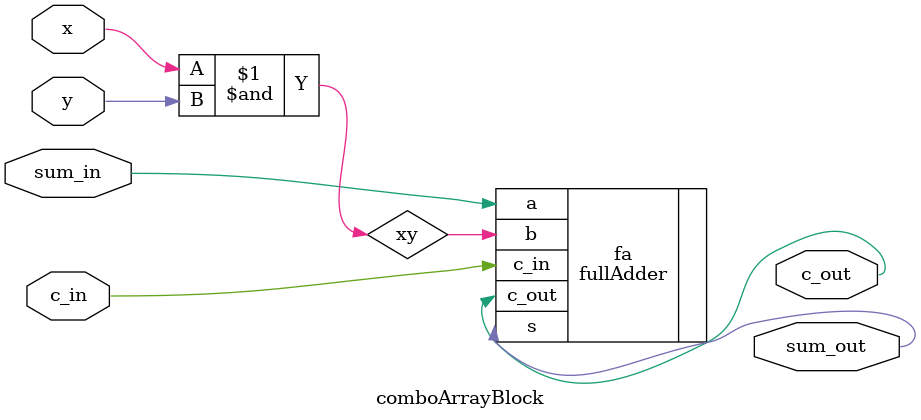
<source format=v>
`timescale 1ns / 1ps


module comboArrayBlock(
	input c_in,
	input x,
	input y,
	input sum_in,
	output c_out,
	output sum_out
);
wire xy;
assign xy = x&y;

fullAdder fa (
	.a(sum_in),
	.b(xy),
	.c_in(c_in),
	.c_out(c_out),
	.s(sum_out)
);

endmodule

</source>
